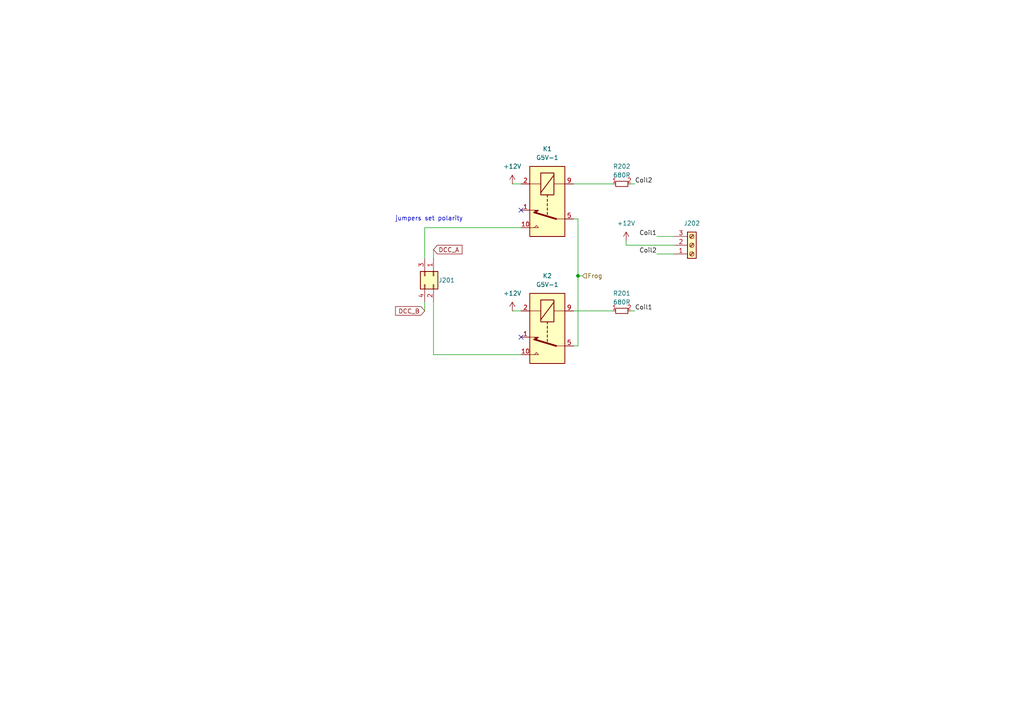
<source format=kicad_sch>
(kicad_sch (version 20231120) (generator "eeschema") (generator_version "8.0")
  (paper "A4")
  (lib_symbols
    (symbol "Connector:Screw_Terminal_01x03" (pin_names (offset 1.016) hide)
      (property "Reference" "J" (at 0 5.08 0))
      (property "Value" "Screw_Terminal_01x03" (at 0 -5.08 0))
      (symbol "Screw_Terminal_01x03_1_1"
        (rectangle (start -1.27 3.81) (end 1.27 -3.81) (stroke (width 0.254)) (fill (type background)))
        (circle (center 0 -2.54) (radius 0.635) (stroke (width 0.1524)))
        (polyline (pts (xy -0.5334 -2.2098) (xy 0.3302 -3.048)) (stroke (width 0.1524)))
        (polyline (pts (xy -0.5334 0.3302) (xy 0.3302 -0.508)) (stroke (width 0.1524)))
        (polyline (pts (xy -0.5334 2.8702) (xy 0.3302 2.032)) (stroke (width 0.1524)))
        (polyline (pts (xy -0.3556 -2.032) (xy 0.508 -2.8702)) (stroke (width 0.1524)))
        (polyline (pts (xy -0.3556 0.508) (xy 0.508 -0.3302)) (stroke (width 0.1524)))
        (polyline (pts (xy -0.3556 3.048) (xy 0.508 2.2098)) (stroke (width 0.1524)))
        (circle (center 0 0) (radius 0.635) (stroke (width 0.1524)))
        (circle (center 0 2.54) (radius 0.635) (stroke (width 0.1524)))
        (pin passive line (at -5.08 2.54 0) (length 3.81) (name "Pin_1") (number "1"))
        (pin passive line (at -5.08 0 0) (length 3.81) (name "Pin_2") (number "2"))
        (pin passive line (at -5.08 -2.54 0) (length 3.81) (name "Pin_3") (number "3"))
      )
    )
    (symbol "Connector_Generic:Conn_02x02_Odd_Even" (pin_names (offset 1.016) hide)
      (property "Reference" "J" (at 1.27 2.54 0))
      (property "Value" "Conn_02x02_Odd_Even" (at 1.27 -5.08 0))
      (symbol "Conn_02x02_Odd_Even_1_1"
        (rectangle (start -1.27 -2.413) (end 0 -2.667) (stroke (width 0.1524)))
        (rectangle (start -1.27 0.127) (end 0 -0.127) (stroke (width 0.1524)))
        (rectangle (start -1.27 1.27) (end 3.81 -3.81) (stroke (width 0.254)) (fill (type background)))
        (rectangle (start 3.81 -2.413) (end 2.54 -2.667) (stroke (width 0.1524)))
        (rectangle (start 3.81 0.127) (end 2.54 -0.127) (stroke (width 0.1524)))
        (pin passive line (at -5.08 0 0) (length 3.81) (name "Pin_1") (number "1"))
        (pin passive line (at 7.62 0 180) (length 3.81) (name "Pin_2") (number "2"))
        (pin passive line (at -5.08 -2.54 0) (length 3.81) (name "Pin_3") (number "3"))
        (pin passive line (at 7.62 -2.54 180) (length 3.81) (name "Pin_4") (number "4"))
      )
    )
    (symbol "Relay:G5V-1"
      (property "Reference" "K" (at 11.43 3.81 0))
      (property "Value" "G5V-1" (at 11.43 1.27 0))
      (symbol "G5V-1_0_0"
        (polyline (pts (xy 7.62 5.08) (xy 7.62 2.54) (xy 6.985 3.175) (xy 7.62 3.81)))
      )
      (symbol "G5V-1_0_1"
        (rectangle (start -10.16 5.08) (end 10.16 -5.08) (stroke (width 0.254)) (fill (type background)))
        (rectangle (start -8.255 1.905) (end -1.905 -1.905) (stroke (width 0.254)))
        (polyline (pts (xy -7.62 -1.905) (xy -2.54 1.905)) (stroke (width 0.254)))
        (polyline (pts (xy -5.08 -5.08) (xy -5.08 -1.905)))
        (polyline (pts (xy -5.08 5.08) (xy -5.08 1.905)))
        (polyline (pts (xy -1.905 0) (xy -1.27 0)) (stroke (width 0.254)))
        (polyline (pts (xy -0.635 0) (xy 0 0)) (stroke (width 0.254)))
        (polyline (pts (xy 0.635 0) (xy 1.27 0)) (stroke (width 0.254)))
        (polyline (pts (xy 1.905 0) (xy 2.54 0)) (stroke (width 0.254)))
        (polyline (pts (xy 3.175 0) (xy 3.81 0)) (stroke (width 0.254)))
        (polyline (pts (xy 5.08 -2.54) (xy 3.175 3.81)) (stroke (width 0.508)))
        (polyline (pts (xy 5.08 -2.54) (xy 5.08 -5.08)))
        (polyline (pts (xy 2.54 5.08) (xy 2.54 2.54) (xy 3.175 3.175) (xy 2.54 3.81)) (fill (type outline)))
      )
      (symbol "G5V-1_1_1"
        (pin passive line (at 2.54 7.62 270) (length 2.54) (name "~") (number "1"))
        (pin passive line (at 7.62 7.62 270) (length 2.54) (name "~") (number "10"))
        (pin passive line (at -5.08 7.62 270) (length 2.54) (name "~") (number "2"))
        (pin passive line (at 5.08 -7.62 90) (length 2.54) (name "~") (number "5"))
        (pin passive line (at 5.08 -7.62 90) (length 2.54) hide (name "~") (number "6"))
        (pin passive line (at -5.08 -7.62 90) (length 2.54) (name "~") (number "9"))
      )
    )
    (symbol "power:+12V" (power) (pin_numbers hide) (pin_names (offset 0) hide)
      (property "Value" "+12V" (at 0 3.556 0))
      (symbol "+12V_0_1"
        (polyline (pts (xy -0.762 1.27) (xy 0 2.54)))
        (polyline (pts (xy 0 0) (xy 0 2.54)))
        (polyline (pts (xy 0 2.54) (xy 0.762 1.27)))
      )
      (symbol "+12V_1_1"
        (pin power_in line (at 0 0 90) (length 0) (name "~") (number "1"))
      )
    )
    (symbol "resistors_0603:R_680R_0603"
      (property "Reference" "R" (at 1.27 2.54 0))
      (property "Value" "680R" (at 2.54 -2.54 0))
      (symbol "R_680R_0603_0_1"
        (rectangle (start -0.762 1.778) (end 0.762 -1.778) (stroke (width 0.2032)))
      )
      (symbol "R_680R_0603_1_1"
        (pin passive line (at 0 2.54 270) (length 0.762) (name "~") (number "1"))
        (pin passive line (at 0 -2.54 90) (length 0.762) (name "~") (number "2"))
      )
    )
  )
  (junction (at 167.64 80.01))
  (no_connect (at 151.13 97.79))
  (no_connect (at 151.13 60.96))
  (wire (pts (xy 123.19 87.63) (xy 123.19 90.17)))
  (wire (pts (xy 181.61 69.85) (xy 181.61 71.12)))
  (wire (pts (xy 125.73 87.63) (xy 125.73 102.87)))
  (wire (pts (xy 123.19 66.04) (xy 151.13 66.04)))
  (wire (pts (xy 125.73 102.87) (xy 151.13 102.87)))
  (wire (pts (xy 182.88 53.34) (xy 184.15 53.34)))
  (wire (pts (xy 125.73 72.39) (xy 125.73 74.93)))
  (wire (pts (xy 151.13 53.34) (xy 148.59 53.34)))
  (wire (pts (xy 167.64 63.5) (xy 166.37 63.5)))
  (wire (pts (xy 195.58 68.58) (xy 190.5 68.58)))
  (wire (pts (xy 166.37 53.34) (xy 177.8 53.34)))
  (wire (pts (xy 195.58 71.12) (xy 181.61 71.12)))
  (wire (pts (xy 166.37 100.33) (xy 167.64 100.33)))
  (wire (pts (xy 195.58 73.66) (xy 190.5 73.66)))
  (wire (pts (xy 167.64 80.01) (xy 168.91 80.01)))
  (wire (pts (xy 167.64 80.01) (xy 167.64 100.33)))
  (wire (pts (xy 123.19 66.04) (xy 123.19 74.93)))
  (wire (pts (xy 151.13 90.17) (xy 148.59 90.17)))
  (wire (pts (xy 182.88 90.17) (xy 184.15 90.17)))
  (wire (pts (xy 167.64 63.5) (xy 167.64 80.01)))
  (wire (pts (xy 166.37 90.17) (xy 177.8 90.17)))
  (text "jumpers set polarity" (at 124.46 63.5 0) (effects (font (size 1.27 1.27))))
  (label "Coil2" (at 190.5 73.66 180))
  (label "Coil2" (at 184.15 53.34 0))
  (label "Coil1" (at 190.5 68.58 180))
  (label "Coil1" (at 184.15 90.17 0))
  (global_label "DCC_B" (shape input) (at 123.19 90.17 180) (property "Intersheetrefs" "${INTERSHEET_REFS}" (effects (hide yes))))
  (global_label "DCC_A" (shape input) (at 125.73 72.39 0) (property "Intersheetrefs" "${INTERSHEET_REFS}" (effects (hide yes))))
  (hierarchical_label "Frog" (shape input) (at 168.91 80.01 0))
  (symbol (lib_id "resistors_0603:R_680R_0603") (at 180.34 53.34 90) (unit 1)
    (property "Reference" "R202" (at 180.34 48.26 90))
    (property "Value" "680R" (at 180.34 50.8 90))
    (property "Footprint" "Resistor_THT:R_Axial_DIN0204_L3.6mm_D1.6mm_P7.62mm_Horizontal" (effects (hide yes)))
    (property "JLCPCB Part#" "C17798" (effects (hide yes)))
    (instances (project "" (path "" (reference "R202") (unit 1)) (path "" (reference "R302") (unit 1)) (path "" (reference "R502") (unit 1)) (path "" (reference "R702") (unit 1))))
  )
  (symbol (lib_id "power:+12V") (at 148.59 90.17 0) (mirror y) (unit 1)
    (property "Reference" "#PWR0202" (effects (hide yes)))
    (property "Value" "+12V" (at 148.59 85.09 0))
    (property "Description" "Power symbol creates a global label with name \"+12V\"" (effects (hide yes)))
    (instances (project "Mk2-relayExtension" (path "" (reference "#PWR0202") (unit 1)) (path "" (reference "#PWR0302") (unit 1)) (path "" (reference "#PWR0502") (unit 1)) (path "" (reference "#PWR0702") (unit 1))))
  )
  (symbol (lib_id "Connector_Generic:Conn_02x02_Odd_Even") (at 125.73 80.01 270) (unit 1)
    (property "Reference" "J201" (at 129.54 81.28 90))
    (property "Value" "Conn_02x02_Odd_Even" (effects (hide yes)))
    (property "Footprint" "Connector_PinHeader_2.54mm:PinHeader_2x02_P2.54mm_Vertical" (effects (hide yes)))
    (property "Description" "Generic connector, double row, 02x02, odd/even pin numbering scheme (row 1 odd numbers, row 2 even numbers), script generated (kicad-library-utils/schlib/autogen/connector/)" (effects (hide yes)))
    (property "JLCPCB Part#" "C919361" (effects (hide yes)))
    (instances (project "" (path "" (reference "J201") (unit 1)) (path "" (reference "J301") (unit 1)) (path "" (reference "J501") (unit 1)) (path "" (reference "J701") (unit 1))))
  )
  (symbol (lib_id "power:+12V") (at 181.61 69.85 0) (mirror y) (unit 1)
    (property "Reference" "#PWR0203" (effects (hide yes)))
    (property "Value" "+12V" (at 181.61 64.77 0))
    (property "Description" "Power symbol creates a global label with name \"+12V\"" (effects (hide yes)))
    (instances (project "Mk2-relayExtension" (path "" (reference "#PWR0203") (unit 1)) (path "" (reference "#PWR0303") (unit 1)) (path "" (reference "#PWR0503") (unit 1)) (path "" (reference "#PWR0703") (unit 1))))
  )
  (symbol (lib_id "Relay:G5V-1") (at 158.75 58.42 90) (mirror x) (unit 1)
    (property "Reference" "K1" (at 158.75 43.18 90))
    (property "Value" "G5V-1" (at 158.75 45.72 90))
    (property "Footprint" "Relay_THT:Relay_SPDT_Omron_G5V-1" (effects (hide yes)))
    (property "Datasheet" "http://omronfs.omron.com/en_US/ecb/products/pdf/en-g5v_1.pdf" (effects (hide yes)))
    (property "Description" "Ultra-miniature, Highly Sensitive SPDT Relay for Signal Circuits" (effects (hide yes)))
    (instances (project "" (path "" (reference "K1") (unit 1)) (path "" (reference "K3") (unit 1)) (path "" (reference "K5") (unit 1)) (path "" (reference "K7") (unit 1))))
  )
  (symbol (lib_id "power:+12V") (at 148.59 53.34 0) (mirror y) (unit 1)
    (property "Reference" "#PWR0201" (effects (hide yes)))
    (property "Value" "+12V" (at 148.59 48.26 0))
    (property "Description" "Power symbol creates a global label with name \"+12V\"" (effects (hide yes)))
    (instances (project "Mk2-relayExtension" (path "" (reference "#PWR0201") (unit 1)) (path "" (reference "#PWR0301") (unit 1)) (path "" (reference "#PWR0501") (unit 1)) (path "" (reference "#PWR0701") (unit 1))))
  )
  (symbol (lib_id "resistors_0603:R_680R_0603") (at 180.34 90.17 90) (unit 1)
    (property "Reference" "R201" (at 180.34 85.09 90))
    (property "Value" "680R" (at 180.34 87.63 90))
    (property "Footprint" "Resistor_THT:R_Axial_DIN0204_L3.6mm_D1.6mm_P7.62mm_Horizontal" (effects (hide yes)))
    (property "JLCPCB Part#" "C17798" (effects (hide yes)))
    (instances (project "Mk2-relayExtension" (path "" (reference "R201") (unit 1)) (path "" (reference "R301") (unit 1)) (path "" (reference "R501") (unit 1)) (path "" (reference "R701") (unit 1))))
  )
  (symbol (lib_id "Relay:G5V-1") (at 158.75 95.25 90) (mirror x) (unit 1)
    (property "Reference" "K2" (at 158.75 80.01 90))
    (property "Value" "G5V-1" (at 158.75 82.55 90))
    (property "Footprint" "Relay_THT:Relay_SPDT_Omron_G5V-1" (effects (hide yes)))
    (property "Datasheet" "http://omronfs.omron.com/en_US/ecb/products/pdf/en-g5v_1.pdf" (effects (hide yes)))
    (property "Description" "Ultra-miniature, Highly Sensitive SPDT Relay for Signal Circuits" (effects (hide yes)))
    (instances (project "Mk2-relayExtension-THT" (path "" (reference "K2") (unit 1)) (path "" (reference "K4") (unit 1)) (path "" (reference "K6") (unit 1)) (path "" (reference "K8") (unit 1))))
  )
  (symbol (lib_id "Connector:Screw_Terminal_01x03") (at 200.66 71.12 0) (mirror x) (unit 1)
    (property "Reference" "J202" (at 200.66 64.77 0))
    (property "Value" "Screw_Terminal_01x03" (effects (hide yes)))
    (property "Footprint" "custom_kicad_lib_sk:connector_3.50mm_3P horizontal_MALE" (effects (hide yes)))
    (property "Description" "Generic screw terminal, single row, 01x03, script generated (kicad-library-utils/schlib/autogen/connector/)" (effects (hide yes)))
    (property "JLCPCB Part#" "C6394074" (effects (hide yes)))
    (instances (project "Mk2-relayExtension" (path "" (reference "J202") (unit 1)) (path "" (reference "J302") (unit 1)) (path "" (reference "J502") (unit 1)) (path "" (reference "J702") (unit 1))))
  )
)
</source>
